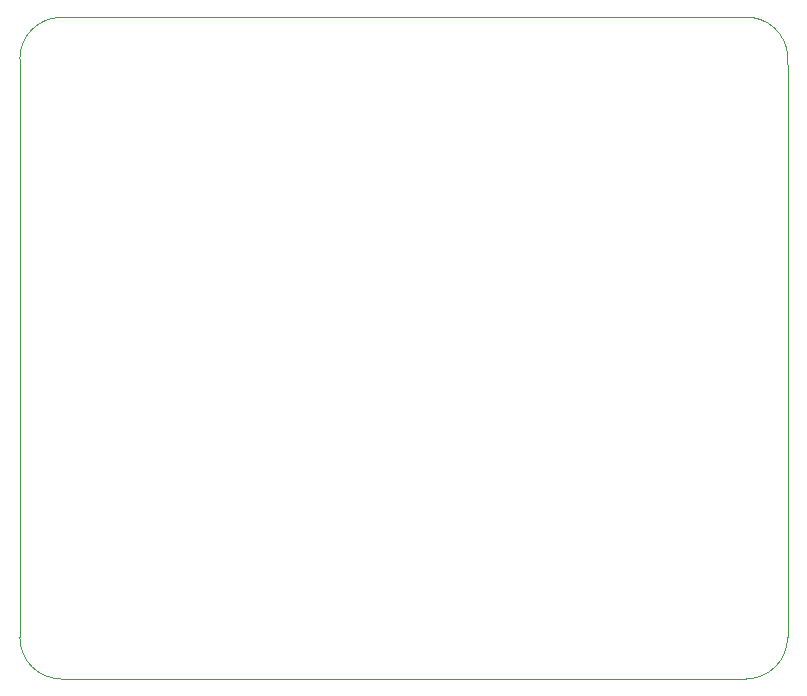
<source format=gbr>
G04 #@! TF.GenerationSoftware,KiCad,Pcbnew,(5.1.10)-1*
G04 #@! TF.CreationDate,2022-04-09T17:34:48-04:00*
G04 #@! TF.ProjectId,RPI_SPI8,5250495f-5350-4493-982e-6b696361645f,2*
G04 #@! TF.SameCoordinates,Original*
G04 #@! TF.FileFunction,Profile,NP*
%FSLAX46Y46*%
G04 Gerber Fmt 4.6, Leading zero omitted, Abs format (unit mm)*
G04 Created by KiCad (PCBNEW (5.1.10)-1) date 2022-04-09 17:34:48*
%MOMM*%
%LPD*%
G01*
G04 APERTURE LIST*
G04 #@! TA.AperFunction,Profile*
%ADD10C,0.100000*%
G04 #@! TD*
G04 APERTURE END LIST*
D10*
X61500000Y-56000000D02*
X3500000Y-56000000D01*
X65000000Y-4000000D02*
X65000000Y-52500000D01*
X3500000Y0D02*
X62000000Y0D01*
X0Y-52500000D02*
X0Y-3500000D01*
X65000000Y-4000000D02*
G75*
G03*
X62000000Y0I-3500000J500000D01*
G01*
X61500000Y-56000000D02*
G75*
G03*
X65000000Y-52500000I0J3500000D01*
G01*
X0Y-52500000D02*
G75*
G03*
X3500000Y-56000000I3500000J0D01*
G01*
X3500000Y0D02*
G75*
G03*
X0Y-3500000I0J-3500000D01*
G01*
M02*

</source>
